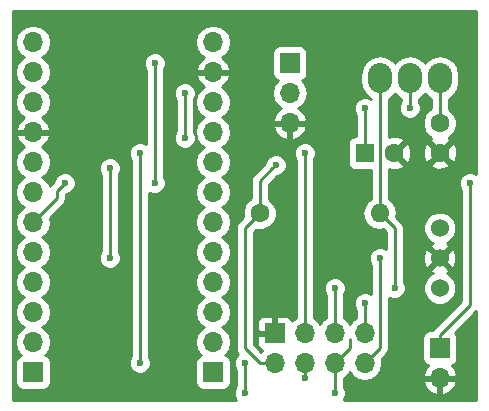
<source format=gtl>
G04 #@! TF.FileFunction,Copper,L1,Top,Signal*
%FSLAX46Y46*%
G04 Gerber Fmt 4.6, Leading zero omitted, Abs format (unit mm)*
G04 Created by KiCad (PCBNEW 4.0.5) date 02/05/17 19:02:15*
%MOMM*%
%LPD*%
G01*
G04 APERTURE LIST*
%ADD10C,0.100000*%
%ADD11C,1.600000*%
%ADD12R,1.600000X1.600000*%
%ADD13R,1.700000X1.700000*%
%ADD14O,1.700000X1.700000*%
%ADD15O,1.600000X1.600000*%
%ADD16C,1.524000*%
%ADD17O,2.032000X2.540000*%
%ADD18C,0.600000*%
%ADD19C,0.250000*%
%ADD20C,0.254000*%
G04 APERTURE END LIST*
D10*
D11*
X222250000Y-130810000D03*
X222250000Y-133310000D03*
D12*
X215900000Y-133350000D03*
D11*
X218400000Y-133350000D03*
D13*
X187813333Y-151895000D03*
D14*
X187813333Y-149355000D03*
X187813333Y-146815000D03*
X187813333Y-144275000D03*
X187813333Y-141735000D03*
X187813333Y-139195000D03*
X187813333Y-136655000D03*
X187813333Y-134115000D03*
X187813333Y-131575000D03*
X187813333Y-129035000D03*
X187813333Y-126495000D03*
X187813333Y-123955000D03*
D13*
X208280000Y-148590000D03*
D14*
X208280000Y-151130000D03*
X210820000Y-148590000D03*
X210820000Y-151130000D03*
X213360000Y-148590000D03*
X213360000Y-151130000D03*
X215900000Y-148590000D03*
X215900000Y-151130000D03*
D13*
X209550000Y-125730000D03*
D14*
X209550000Y-128270000D03*
X209550000Y-130810000D03*
D13*
X203053333Y-151895000D03*
D14*
X203053333Y-149355000D03*
X203053333Y-146815000D03*
X203053333Y-144275000D03*
X203053333Y-141735000D03*
X203053333Y-139195000D03*
X203053333Y-136655000D03*
X203053333Y-134115000D03*
X203053333Y-131575000D03*
X203053333Y-129035000D03*
X203053333Y-126495000D03*
X203053333Y-123955000D03*
D11*
X207010000Y-138430000D03*
D15*
X217170000Y-138430000D03*
D16*
X222250000Y-142240000D03*
X222250000Y-139700000D03*
X222250000Y-144780000D03*
D17*
X219710000Y-127000000D03*
X222250000Y-127000000D03*
X217170000Y-127000000D03*
D13*
X222250000Y-149860000D03*
D14*
X222250000Y-152400000D03*
D18*
X200660000Y-132080000D03*
X200660000Y-128270000D03*
X200660000Y-128270000D03*
X208370210Y-134347636D03*
X219710000Y-129540000D03*
X215900000Y-129540000D03*
X207010000Y-138430000D03*
X196850000Y-133350000D03*
X196850000Y-151130000D03*
X210820000Y-133350000D03*
X187813333Y-139195000D03*
X190500000Y-135890000D03*
X224790000Y-135890000D03*
X198120000Y-125730000D03*
X198120000Y-135890000D03*
X194310000Y-142240000D03*
X194310000Y-134620000D03*
X217170000Y-142240000D03*
X210820000Y-152400000D03*
X213360000Y-144780000D03*
X213360000Y-153670000D03*
X205740000Y-153670000D03*
X205740000Y-151130000D03*
X215900000Y-146050000D03*
X218440000Y-144780000D03*
D19*
X200660000Y-128270000D02*
X200660000Y-132080000D01*
X222250000Y-127000000D02*
X222250000Y-130810000D01*
X208070211Y-134647635D02*
X208370210Y-134347636D01*
X207010000Y-138430000D02*
X207010000Y-135707846D01*
X207010000Y-135707846D02*
X208070211Y-134647635D01*
X219710000Y-129540000D02*
X219710000Y-127000000D01*
X215900000Y-133350000D02*
X215900000Y-129540000D01*
X205740000Y-149860000D02*
X205740000Y-139700000D01*
X205740000Y-139700000D02*
X207010000Y-138430000D01*
X207010000Y-151130000D02*
X205740000Y-149860000D01*
X208280000Y-151130000D02*
X207010000Y-151130000D01*
X196850000Y-151130000D02*
X196850000Y-133350000D01*
X210820000Y-148590000D02*
X210820000Y-133350000D01*
X189828342Y-136561658D02*
X189828342Y-137179991D01*
X189828342Y-137179991D02*
X187813333Y-139195000D01*
X190500000Y-135890000D02*
X189828342Y-136561658D01*
X222250000Y-149860000D02*
X222250000Y-148760000D01*
X222250000Y-148760000D02*
X224790000Y-146220000D01*
X224790000Y-146220000D02*
X224790000Y-135890000D01*
X198120000Y-135890000D02*
X198120000Y-125730000D01*
X194310000Y-134620000D02*
X194310000Y-142240000D01*
X215900000Y-151130000D02*
X217170000Y-149860000D01*
X217170000Y-149860000D02*
X217170000Y-149059002D01*
X217170000Y-149059002D02*
X217170000Y-142240000D01*
X210820000Y-152400000D02*
X210820000Y-151130000D01*
X213360000Y-148590000D02*
X213360000Y-144780000D01*
X213360000Y-153670000D02*
X213360000Y-151130000D01*
X205740000Y-151130000D02*
X205740000Y-153670000D01*
X213360000Y-151130000D02*
X214630000Y-149860000D01*
X214630000Y-149860000D02*
X214630000Y-149059002D01*
X215900000Y-146050000D02*
X215900000Y-148590000D01*
X217170000Y-127000000D02*
X217170000Y-133785002D01*
X217170000Y-133785002D02*
X217170000Y-138430000D01*
X218440000Y-144780000D02*
X218440000Y-139700000D01*
X218440000Y-139700000D02*
X217170000Y-138430000D01*
D20*
G36*
X225350000Y-135127533D02*
X225320327Y-135097808D01*
X224976799Y-134955162D01*
X224604833Y-134954838D01*
X224261057Y-135096883D01*
X223997808Y-135359673D01*
X223855162Y-135703201D01*
X223854838Y-136075167D01*
X223996883Y-136418943D01*
X224030000Y-136452118D01*
X224030000Y-145905198D01*
X221712599Y-148222599D01*
X221619080Y-148362560D01*
X221400000Y-148362560D01*
X221164683Y-148406838D01*
X220948559Y-148545910D01*
X220803569Y-148758110D01*
X220752560Y-149010000D01*
X220752560Y-150710000D01*
X220796838Y-150945317D01*
X220935910Y-151161441D01*
X221148110Y-151306431D01*
X221256107Y-151328301D01*
X220978355Y-151633076D01*
X220808524Y-152043110D01*
X220929845Y-152273000D01*
X222123000Y-152273000D01*
X222123000Y-152253000D01*
X222377000Y-152253000D01*
X222377000Y-152273000D01*
X223570155Y-152273000D01*
X223691476Y-152043110D01*
X223521645Y-151633076D01*
X223245499Y-151330063D01*
X223335317Y-151313162D01*
X223551441Y-151174090D01*
X223696431Y-150961890D01*
X223747440Y-150710000D01*
X223747440Y-149010000D01*
X223703162Y-148774683D01*
X223564090Y-148558559D01*
X223541606Y-148543196D01*
X225327401Y-146757401D01*
X225350000Y-146723579D01*
X225350000Y-154230000D01*
X214122467Y-154230000D01*
X214152192Y-154200327D01*
X214294838Y-153856799D01*
X214295162Y-153484833D01*
X214153117Y-153141057D01*
X214120000Y-153107882D01*
X214120000Y-152756890D01*
X220808524Y-152756890D01*
X220978355Y-153166924D01*
X221368642Y-153595183D01*
X221893108Y-153841486D01*
X222123000Y-153720819D01*
X222123000Y-152527000D01*
X222377000Y-152527000D01*
X222377000Y-153720819D01*
X222606892Y-153841486D01*
X223131358Y-153595183D01*
X223521645Y-153166924D01*
X223691476Y-152756890D01*
X223570155Y-152527000D01*
X222377000Y-152527000D01*
X222123000Y-152527000D01*
X220929845Y-152527000D01*
X220808524Y-152756890D01*
X214120000Y-152756890D01*
X214120000Y-152402954D01*
X214410054Y-152209147D01*
X214630000Y-151879974D01*
X214849946Y-152209147D01*
X215331715Y-152531054D01*
X215900000Y-152644093D01*
X216468285Y-152531054D01*
X216950054Y-152209147D01*
X217271961Y-151727378D01*
X217385000Y-151159093D01*
X217385000Y-151100907D01*
X217321771Y-150783031D01*
X217707401Y-150397401D01*
X217872148Y-150150840D01*
X217930000Y-149860000D01*
X217930000Y-145580633D01*
X218253201Y-145714838D01*
X218625167Y-145715162D01*
X218968943Y-145573117D01*
X219232192Y-145310327D01*
X219337523Y-145056661D01*
X220852758Y-145056661D01*
X221064990Y-145570303D01*
X221457630Y-145963629D01*
X221970900Y-146176757D01*
X222526661Y-146177242D01*
X223040303Y-145965010D01*
X223433629Y-145572370D01*
X223646757Y-145059100D01*
X223647242Y-144503339D01*
X223435010Y-143989697D01*
X223042370Y-143596371D01*
X222850273Y-143516605D01*
X222981143Y-143462397D01*
X223050608Y-143220213D01*
X222250000Y-142419605D01*
X221449392Y-143220213D01*
X221518857Y-143462397D01*
X221659318Y-143512509D01*
X221459697Y-143594990D01*
X221066371Y-143987630D01*
X220853243Y-144500900D01*
X220852758Y-145056661D01*
X219337523Y-145056661D01*
X219374838Y-144966799D01*
X219375162Y-144594833D01*
X219233117Y-144251057D01*
X219200000Y-144217882D01*
X219200000Y-142032302D01*
X220840856Y-142032302D01*
X220868638Y-142587368D01*
X221027603Y-142971143D01*
X221269787Y-143040608D01*
X222070395Y-142240000D01*
X222429605Y-142240000D01*
X223230213Y-143040608D01*
X223472397Y-142971143D01*
X223659144Y-142447698D01*
X223631362Y-141892632D01*
X223472397Y-141508857D01*
X223230213Y-141439392D01*
X222429605Y-142240000D01*
X222070395Y-142240000D01*
X221269787Y-141439392D01*
X221027603Y-141508857D01*
X220840856Y-142032302D01*
X219200000Y-142032302D01*
X219200000Y-139976661D01*
X220852758Y-139976661D01*
X221064990Y-140490303D01*
X221457630Y-140883629D01*
X221649727Y-140963395D01*
X221518857Y-141017603D01*
X221449392Y-141259787D01*
X222250000Y-142060395D01*
X223050608Y-141259787D01*
X222981143Y-141017603D01*
X222840682Y-140967491D01*
X223040303Y-140885010D01*
X223433629Y-140492370D01*
X223646757Y-139979100D01*
X223647242Y-139423339D01*
X223435010Y-138909697D01*
X223042370Y-138516371D01*
X222529100Y-138303243D01*
X221973339Y-138302758D01*
X221459697Y-138514990D01*
X221066371Y-138907630D01*
X220853243Y-139420900D01*
X220852758Y-139976661D01*
X219200000Y-139976661D01*
X219200000Y-139700000D01*
X219142148Y-139409161D01*
X219142148Y-139409160D01*
X218977401Y-139162599D01*
X218568688Y-138753886D01*
X218633113Y-138430000D01*
X218523880Y-137880849D01*
X218212811Y-137415302D01*
X217930000Y-137226333D01*
X217930000Y-134705947D01*
X218183223Y-134796965D01*
X218753454Y-134769778D01*
X219154005Y-134603864D01*
X219228139Y-134357745D01*
X219188140Y-134317745D01*
X221421861Y-134317745D01*
X221495995Y-134563864D01*
X222033223Y-134756965D01*
X222603454Y-134729778D01*
X223004005Y-134563864D01*
X223078139Y-134317745D01*
X222250000Y-133489605D01*
X221421861Y-134317745D01*
X219188140Y-134317745D01*
X218400000Y-133529605D01*
X218385858Y-133543748D01*
X218206253Y-133364143D01*
X218220395Y-133350000D01*
X218579605Y-133350000D01*
X219407745Y-134178139D01*
X219653864Y-134104005D01*
X219846965Y-133566777D01*
X219824388Y-133093223D01*
X220803035Y-133093223D01*
X220830222Y-133663454D01*
X220996136Y-134064005D01*
X221242255Y-134138139D01*
X222070395Y-133310000D01*
X222429605Y-133310000D01*
X223257745Y-134138139D01*
X223503864Y-134064005D01*
X223696965Y-133526777D01*
X223669778Y-132956546D01*
X223503864Y-132555995D01*
X223257745Y-132481861D01*
X222429605Y-133310000D01*
X222070395Y-133310000D01*
X221242255Y-132481861D01*
X220996136Y-132555995D01*
X220803035Y-133093223D01*
X219824388Y-133093223D01*
X219819778Y-132996546D01*
X219653864Y-132595995D01*
X219407745Y-132521861D01*
X218579605Y-133350000D01*
X218220395Y-133350000D01*
X218206253Y-133335858D01*
X218385858Y-133156252D01*
X218400000Y-133170395D01*
X219228139Y-132342255D01*
X219154005Y-132096136D01*
X218616777Y-131903035D01*
X218046546Y-131930222D01*
X217930000Y-131978497D01*
X217930000Y-128730992D01*
X218337433Y-128458754D01*
X218440000Y-128305252D01*
X218542567Y-128458754D01*
X218950000Y-128730992D01*
X218950000Y-128977537D01*
X218917808Y-129009673D01*
X218775162Y-129353201D01*
X218774838Y-129725167D01*
X218916883Y-130068943D01*
X219179673Y-130332192D01*
X219523201Y-130474838D01*
X219895167Y-130475162D01*
X220238943Y-130333117D01*
X220502192Y-130070327D01*
X220644838Y-129726799D01*
X220645162Y-129354833D01*
X220503117Y-129011057D01*
X220470000Y-128977882D01*
X220470000Y-128730992D01*
X220877433Y-128458754D01*
X220980000Y-128305252D01*
X221082567Y-128458754D01*
X221490000Y-128730992D01*
X221490000Y-129571354D01*
X221438200Y-129592757D01*
X221034176Y-129996077D01*
X220815250Y-130523309D01*
X220814752Y-131094187D01*
X221032757Y-131621800D01*
X221436077Y-132025824D01*
X221502544Y-132053423D01*
X221495995Y-132056136D01*
X221421861Y-132302255D01*
X222250000Y-133130395D01*
X223078139Y-132302255D01*
X223004005Y-132056136D01*
X222997517Y-132053804D01*
X223061800Y-132027243D01*
X223465824Y-131623923D01*
X223684750Y-131096691D01*
X223685248Y-130525813D01*
X223467243Y-129998200D01*
X223063923Y-129594176D01*
X223010000Y-129571785D01*
X223010000Y-128730992D01*
X223417433Y-128458754D01*
X223775325Y-127923131D01*
X223901000Y-127291321D01*
X223901000Y-126708679D01*
X223775325Y-126076869D01*
X223417433Y-125541246D01*
X222881810Y-125183354D01*
X222250000Y-125057679D01*
X221618190Y-125183354D01*
X221082567Y-125541246D01*
X220980000Y-125694748D01*
X220877433Y-125541246D01*
X220341810Y-125183354D01*
X219710000Y-125057679D01*
X219078190Y-125183354D01*
X218542567Y-125541246D01*
X218440000Y-125694748D01*
X218337433Y-125541246D01*
X217801810Y-125183354D01*
X217170000Y-125057679D01*
X216538190Y-125183354D01*
X216002567Y-125541246D01*
X215644675Y-126076869D01*
X215519000Y-126708679D01*
X215519000Y-127291321D01*
X215644675Y-127923131D01*
X216002567Y-128458754D01*
X216410000Y-128730992D01*
X216410000Y-128739367D01*
X216086799Y-128605162D01*
X215714833Y-128604838D01*
X215371057Y-128746883D01*
X215107808Y-129009673D01*
X214965162Y-129353201D01*
X214964838Y-129725167D01*
X215106883Y-130068943D01*
X215140000Y-130102118D01*
X215140000Y-131902560D01*
X215100000Y-131902560D01*
X214864683Y-131946838D01*
X214648559Y-132085910D01*
X214503569Y-132298110D01*
X214452560Y-132550000D01*
X214452560Y-134150000D01*
X214496838Y-134385317D01*
X214635910Y-134601441D01*
X214848110Y-134746431D01*
X215100000Y-134797440D01*
X216410000Y-134797440D01*
X216410000Y-137226333D01*
X216127189Y-137415302D01*
X215816120Y-137880849D01*
X215706887Y-138430000D01*
X215816120Y-138979151D01*
X216127189Y-139444698D01*
X216592736Y-139755767D01*
X217141887Y-139865000D01*
X217198113Y-139865000D01*
X217475102Y-139809904D01*
X217680000Y-140014802D01*
X217680000Y-141439367D01*
X217356799Y-141305162D01*
X216984833Y-141304838D01*
X216641057Y-141446883D01*
X216377808Y-141709673D01*
X216235162Y-142053201D01*
X216234838Y-142425167D01*
X216376883Y-142768943D01*
X216410000Y-142802118D01*
X216410000Y-145249367D01*
X216086799Y-145115162D01*
X215714833Y-145114838D01*
X215371057Y-145256883D01*
X215107808Y-145519673D01*
X214965162Y-145863201D01*
X214964838Y-146235167D01*
X215106883Y-146578943D01*
X215140000Y-146612118D01*
X215140000Y-147317046D01*
X214849946Y-147510853D01*
X214630000Y-147840026D01*
X214410054Y-147510853D01*
X214120000Y-147317046D01*
X214120000Y-145342463D01*
X214152192Y-145310327D01*
X214294838Y-144966799D01*
X214295162Y-144594833D01*
X214153117Y-144251057D01*
X213890327Y-143987808D01*
X213546799Y-143845162D01*
X213174833Y-143844838D01*
X212831057Y-143986883D01*
X212567808Y-144249673D01*
X212425162Y-144593201D01*
X212424838Y-144965167D01*
X212566883Y-145308943D01*
X212600000Y-145342118D01*
X212600000Y-147317046D01*
X212309946Y-147510853D01*
X212090000Y-147840026D01*
X211870054Y-147510853D01*
X211580000Y-147317046D01*
X211580000Y-133912463D01*
X211612192Y-133880327D01*
X211754838Y-133536799D01*
X211755162Y-133164833D01*
X211613117Y-132821057D01*
X211350327Y-132557808D01*
X211006799Y-132415162D01*
X210634833Y-132414838D01*
X210291057Y-132556883D01*
X210027808Y-132819673D01*
X209885162Y-133163201D01*
X209884838Y-133535167D01*
X210026883Y-133878943D01*
X210060000Y-133912118D01*
X210060000Y-147317046D01*
X209769946Y-147510853D01*
X209740597Y-147554777D01*
X209668327Y-147380302D01*
X209489699Y-147201673D01*
X209256310Y-147105000D01*
X208565750Y-147105000D01*
X208407000Y-147263750D01*
X208407000Y-148463000D01*
X208427000Y-148463000D01*
X208427000Y-148717000D01*
X208407000Y-148717000D01*
X208407000Y-148737000D01*
X208153000Y-148737000D01*
X208153000Y-148717000D01*
X206953750Y-148717000D01*
X206795000Y-148875750D01*
X206795000Y-149566309D01*
X206891673Y-149799698D01*
X207070301Y-149978327D01*
X207235858Y-150046903D01*
X207229946Y-150050853D01*
X207140108Y-150185306D01*
X206500000Y-149545198D01*
X206500000Y-147613691D01*
X206795000Y-147613691D01*
X206795000Y-148304250D01*
X206953750Y-148463000D01*
X208153000Y-148463000D01*
X208153000Y-147263750D01*
X207994250Y-147105000D01*
X207303690Y-147105000D01*
X207070301Y-147201673D01*
X206891673Y-147380302D01*
X206795000Y-147613691D01*
X206500000Y-147613691D01*
X206500000Y-140014802D01*
X206671546Y-139843256D01*
X206723309Y-139864750D01*
X207294187Y-139865248D01*
X207821800Y-139647243D01*
X208225824Y-139243923D01*
X208444750Y-138716691D01*
X208445248Y-138145813D01*
X208227243Y-137618200D01*
X207823923Y-137214176D01*
X207770000Y-137191785D01*
X207770000Y-136022648D01*
X208509890Y-135282758D01*
X208555377Y-135282798D01*
X208899153Y-135140753D01*
X209162402Y-134877963D01*
X209305048Y-134534435D01*
X209305372Y-134162469D01*
X209163327Y-133818693D01*
X208900537Y-133555444D01*
X208557009Y-133412798D01*
X208185043Y-133412474D01*
X207841267Y-133554519D01*
X207578018Y-133817309D01*
X207435372Y-134160837D01*
X207435331Y-134207713D01*
X206472599Y-135170445D01*
X206307852Y-135417007D01*
X206250000Y-135707846D01*
X206250000Y-137191354D01*
X206198200Y-137212757D01*
X205794176Y-137616077D01*
X205575250Y-138143309D01*
X205574752Y-138714187D01*
X205597049Y-138768149D01*
X205202599Y-139162599D01*
X205037852Y-139409161D01*
X204980000Y-139700000D01*
X204980000Y-149860000D01*
X205037852Y-150150839D01*
X205181726Y-150366163D01*
X204947808Y-150599673D01*
X204805162Y-150943201D01*
X204804838Y-151315167D01*
X204946883Y-151658943D01*
X204980000Y-151692118D01*
X204980000Y-153107537D01*
X204947808Y-153139673D01*
X204805162Y-153483201D01*
X204804838Y-153855167D01*
X204946883Y-154198943D01*
X204977886Y-154230000D01*
X186130000Y-154230000D01*
X186130000Y-134115000D01*
X186299240Y-134115000D01*
X186412279Y-134683285D01*
X186734186Y-135165054D01*
X187063359Y-135385000D01*
X186734186Y-135604946D01*
X186412279Y-136086715D01*
X186299240Y-136655000D01*
X186412279Y-137223285D01*
X186734186Y-137705054D01*
X187063359Y-137925000D01*
X186734186Y-138144946D01*
X186412279Y-138626715D01*
X186299240Y-139195000D01*
X186412279Y-139763285D01*
X186734186Y-140245054D01*
X187063359Y-140465000D01*
X186734186Y-140684946D01*
X186412279Y-141166715D01*
X186299240Y-141735000D01*
X186412279Y-142303285D01*
X186734186Y-142785054D01*
X187063359Y-143005000D01*
X186734186Y-143224946D01*
X186412279Y-143706715D01*
X186299240Y-144275000D01*
X186412279Y-144843285D01*
X186734186Y-145325054D01*
X187063359Y-145545000D01*
X186734186Y-145764946D01*
X186412279Y-146246715D01*
X186299240Y-146815000D01*
X186412279Y-147383285D01*
X186734186Y-147865054D01*
X187063359Y-148085000D01*
X186734186Y-148304946D01*
X186412279Y-148786715D01*
X186299240Y-149355000D01*
X186412279Y-149923285D01*
X186734186Y-150405054D01*
X186775785Y-150432850D01*
X186728016Y-150441838D01*
X186511892Y-150580910D01*
X186366902Y-150793110D01*
X186315893Y-151045000D01*
X186315893Y-152745000D01*
X186360171Y-152980317D01*
X186499243Y-153196441D01*
X186711443Y-153341431D01*
X186963333Y-153392440D01*
X188663333Y-153392440D01*
X188898650Y-153348162D01*
X189114774Y-153209090D01*
X189259764Y-152996890D01*
X189310773Y-152745000D01*
X189310773Y-151045000D01*
X189266495Y-150809683D01*
X189127423Y-150593559D01*
X188915223Y-150448569D01*
X188847792Y-150434914D01*
X188892480Y-150405054D01*
X189214387Y-149923285D01*
X189327426Y-149355000D01*
X189214387Y-148786715D01*
X188892480Y-148304946D01*
X188563307Y-148085000D01*
X188892480Y-147865054D01*
X189214387Y-147383285D01*
X189327426Y-146815000D01*
X189214387Y-146246715D01*
X188892480Y-145764946D01*
X188563307Y-145545000D01*
X188892480Y-145325054D01*
X189214387Y-144843285D01*
X189327426Y-144275000D01*
X189214387Y-143706715D01*
X188892480Y-143224946D01*
X188563307Y-143005000D01*
X188892480Y-142785054D01*
X189214387Y-142303285D01*
X189327426Y-141735000D01*
X189214387Y-141166715D01*
X188892480Y-140684946D01*
X188563307Y-140465000D01*
X188892480Y-140245054D01*
X189214387Y-139763285D01*
X189327426Y-139195000D01*
X189254543Y-138828592D01*
X190365743Y-137717392D01*
X190530490Y-137470830D01*
X190588342Y-137179991D01*
X190588342Y-136876460D01*
X190639680Y-136825122D01*
X190685167Y-136825162D01*
X191028943Y-136683117D01*
X191292192Y-136420327D01*
X191434838Y-136076799D01*
X191435162Y-135704833D01*
X191293117Y-135361057D01*
X191030327Y-135097808D01*
X190686799Y-134955162D01*
X190314833Y-134954838D01*
X189971057Y-135096883D01*
X189707808Y-135359673D01*
X189565162Y-135703201D01*
X189565121Y-135750077D01*
X189290941Y-136024257D01*
X189222375Y-136126874D01*
X189214387Y-136086715D01*
X188892480Y-135604946D01*
X188563307Y-135385000D01*
X188892480Y-135165054D01*
X189132948Y-134805167D01*
X193374838Y-134805167D01*
X193516883Y-135148943D01*
X193550000Y-135182118D01*
X193550000Y-141677537D01*
X193517808Y-141709673D01*
X193375162Y-142053201D01*
X193374838Y-142425167D01*
X193516883Y-142768943D01*
X193779673Y-143032192D01*
X194123201Y-143174838D01*
X194495167Y-143175162D01*
X194838943Y-143033117D01*
X195102192Y-142770327D01*
X195244838Y-142426799D01*
X195245162Y-142054833D01*
X195103117Y-141711057D01*
X195070000Y-141677882D01*
X195070000Y-135182463D01*
X195102192Y-135150327D01*
X195244838Y-134806799D01*
X195245162Y-134434833D01*
X195103117Y-134091057D01*
X194840327Y-133827808D01*
X194496799Y-133685162D01*
X194124833Y-133684838D01*
X193781057Y-133826883D01*
X193517808Y-134089673D01*
X193375162Y-134433201D01*
X193374838Y-134805167D01*
X189132948Y-134805167D01*
X189214387Y-134683285D01*
X189327426Y-134115000D01*
X189214387Y-133546715D01*
X189206671Y-133535167D01*
X195914838Y-133535167D01*
X196056883Y-133878943D01*
X196090000Y-133912118D01*
X196090000Y-150567537D01*
X196057808Y-150599673D01*
X195915162Y-150943201D01*
X195914838Y-151315167D01*
X196056883Y-151658943D01*
X196319673Y-151922192D01*
X196663201Y-152064838D01*
X197035167Y-152065162D01*
X197378943Y-151923117D01*
X197642192Y-151660327D01*
X197784838Y-151316799D01*
X197785162Y-150944833D01*
X197643117Y-150601057D01*
X197610000Y-150567882D01*
X197610000Y-136690633D01*
X197933201Y-136824838D01*
X198305167Y-136825162D01*
X198648943Y-136683117D01*
X198912192Y-136420327D01*
X199054838Y-136076799D01*
X199055162Y-135704833D01*
X198913117Y-135361057D01*
X198880000Y-135327882D01*
X198880000Y-128455167D01*
X199724838Y-128455167D01*
X199866883Y-128798943D01*
X199900000Y-128832118D01*
X199900000Y-131517537D01*
X199867808Y-131549673D01*
X199725162Y-131893201D01*
X199724838Y-132265167D01*
X199866883Y-132608943D01*
X200129673Y-132872192D01*
X200473201Y-133014838D01*
X200845167Y-133015162D01*
X201188943Y-132873117D01*
X201452192Y-132610327D01*
X201594838Y-132266799D01*
X201595162Y-131894833D01*
X201453117Y-131551057D01*
X201420000Y-131517882D01*
X201420000Y-129035000D01*
X201539240Y-129035000D01*
X201652279Y-129603285D01*
X201974186Y-130085054D01*
X202303359Y-130305000D01*
X201974186Y-130524946D01*
X201652279Y-131006715D01*
X201539240Y-131575000D01*
X201652279Y-132143285D01*
X201974186Y-132625054D01*
X202303359Y-132845000D01*
X201974186Y-133064946D01*
X201652279Y-133546715D01*
X201539240Y-134115000D01*
X201652279Y-134683285D01*
X201974186Y-135165054D01*
X202303359Y-135385000D01*
X201974186Y-135604946D01*
X201652279Y-136086715D01*
X201539240Y-136655000D01*
X201652279Y-137223285D01*
X201974186Y-137705054D01*
X202303359Y-137925000D01*
X201974186Y-138144946D01*
X201652279Y-138626715D01*
X201539240Y-139195000D01*
X201652279Y-139763285D01*
X201974186Y-140245054D01*
X202303359Y-140465000D01*
X201974186Y-140684946D01*
X201652279Y-141166715D01*
X201539240Y-141735000D01*
X201652279Y-142303285D01*
X201974186Y-142785054D01*
X202303359Y-143005000D01*
X201974186Y-143224946D01*
X201652279Y-143706715D01*
X201539240Y-144275000D01*
X201652279Y-144843285D01*
X201974186Y-145325054D01*
X202303359Y-145545000D01*
X201974186Y-145764946D01*
X201652279Y-146246715D01*
X201539240Y-146815000D01*
X201652279Y-147383285D01*
X201974186Y-147865054D01*
X202303359Y-148085000D01*
X201974186Y-148304946D01*
X201652279Y-148786715D01*
X201539240Y-149355000D01*
X201652279Y-149923285D01*
X201974186Y-150405054D01*
X202015785Y-150432850D01*
X201968016Y-150441838D01*
X201751892Y-150580910D01*
X201606902Y-150793110D01*
X201555893Y-151045000D01*
X201555893Y-152745000D01*
X201600171Y-152980317D01*
X201739243Y-153196441D01*
X201951443Y-153341431D01*
X202203333Y-153392440D01*
X203903333Y-153392440D01*
X204138650Y-153348162D01*
X204354774Y-153209090D01*
X204499764Y-152996890D01*
X204550773Y-152745000D01*
X204550773Y-151045000D01*
X204506495Y-150809683D01*
X204367423Y-150593559D01*
X204155223Y-150448569D01*
X204087792Y-150434914D01*
X204132480Y-150405054D01*
X204454387Y-149923285D01*
X204567426Y-149355000D01*
X204454387Y-148786715D01*
X204132480Y-148304946D01*
X203803307Y-148085000D01*
X204132480Y-147865054D01*
X204454387Y-147383285D01*
X204567426Y-146815000D01*
X204454387Y-146246715D01*
X204132480Y-145764946D01*
X203803307Y-145545000D01*
X204132480Y-145325054D01*
X204454387Y-144843285D01*
X204567426Y-144275000D01*
X204454387Y-143706715D01*
X204132480Y-143224946D01*
X203803307Y-143005000D01*
X204132480Y-142785054D01*
X204454387Y-142303285D01*
X204567426Y-141735000D01*
X204454387Y-141166715D01*
X204132480Y-140684946D01*
X203803307Y-140465000D01*
X204132480Y-140245054D01*
X204454387Y-139763285D01*
X204567426Y-139195000D01*
X204454387Y-138626715D01*
X204132480Y-138144946D01*
X203803307Y-137925000D01*
X204132480Y-137705054D01*
X204454387Y-137223285D01*
X204567426Y-136655000D01*
X204454387Y-136086715D01*
X204132480Y-135604946D01*
X203803307Y-135385000D01*
X204132480Y-135165054D01*
X204454387Y-134683285D01*
X204567426Y-134115000D01*
X204454387Y-133546715D01*
X204132480Y-133064946D01*
X203803307Y-132845000D01*
X204132480Y-132625054D01*
X204454387Y-132143285D01*
X204567426Y-131575000D01*
X204486248Y-131166890D01*
X208108524Y-131166890D01*
X208278355Y-131576924D01*
X208668642Y-132005183D01*
X209193108Y-132251486D01*
X209423000Y-132130819D01*
X209423000Y-130937000D01*
X209677000Y-130937000D01*
X209677000Y-132130819D01*
X209906892Y-132251486D01*
X210431358Y-132005183D01*
X210821645Y-131576924D01*
X210991476Y-131166890D01*
X210870155Y-130937000D01*
X209677000Y-130937000D01*
X209423000Y-130937000D01*
X208229845Y-130937000D01*
X208108524Y-131166890D01*
X204486248Y-131166890D01*
X204454387Y-131006715D01*
X204132480Y-130524946D01*
X203803307Y-130305000D01*
X204132480Y-130085054D01*
X204454387Y-129603285D01*
X204567426Y-129035000D01*
X204454387Y-128466715D01*
X204322947Y-128270000D01*
X208035907Y-128270000D01*
X208148946Y-128838285D01*
X208470853Y-129320054D01*
X208811553Y-129547702D01*
X208668642Y-129614817D01*
X208278355Y-130043076D01*
X208108524Y-130453110D01*
X208229845Y-130683000D01*
X209423000Y-130683000D01*
X209423000Y-130663000D01*
X209677000Y-130663000D01*
X209677000Y-130683000D01*
X210870155Y-130683000D01*
X210991476Y-130453110D01*
X210821645Y-130043076D01*
X210431358Y-129614817D01*
X210288447Y-129547702D01*
X210629147Y-129320054D01*
X210951054Y-128838285D01*
X211064093Y-128270000D01*
X210951054Y-127701715D01*
X210629147Y-127219946D01*
X210587548Y-127192150D01*
X210635317Y-127183162D01*
X210851441Y-127044090D01*
X210996431Y-126831890D01*
X211047440Y-126580000D01*
X211047440Y-124880000D01*
X211003162Y-124644683D01*
X210864090Y-124428559D01*
X210651890Y-124283569D01*
X210400000Y-124232560D01*
X208700000Y-124232560D01*
X208464683Y-124276838D01*
X208248559Y-124415910D01*
X208103569Y-124628110D01*
X208052560Y-124880000D01*
X208052560Y-126580000D01*
X208096838Y-126815317D01*
X208235910Y-127031441D01*
X208448110Y-127176431D01*
X208515541Y-127190086D01*
X208470853Y-127219946D01*
X208148946Y-127701715D01*
X208035907Y-128270000D01*
X204322947Y-128270000D01*
X204132480Y-127984946D01*
X203791780Y-127757298D01*
X203934691Y-127690183D01*
X204324978Y-127261924D01*
X204494809Y-126851890D01*
X204373488Y-126622000D01*
X203180333Y-126622000D01*
X203180333Y-126642000D01*
X202926333Y-126642000D01*
X202926333Y-126622000D01*
X201733178Y-126622000D01*
X201611857Y-126851890D01*
X201781688Y-127261924D01*
X202171975Y-127690183D01*
X202314886Y-127757298D01*
X201974186Y-127984946D01*
X201652279Y-128466715D01*
X201539240Y-129035000D01*
X201420000Y-129035000D01*
X201420000Y-128832463D01*
X201452192Y-128800327D01*
X201594838Y-128456799D01*
X201595162Y-128084833D01*
X201453117Y-127741057D01*
X201190327Y-127477808D01*
X200846799Y-127335162D01*
X200474833Y-127334838D01*
X200131057Y-127476883D01*
X199867808Y-127739673D01*
X199725162Y-128083201D01*
X199724838Y-128455167D01*
X198880000Y-128455167D01*
X198880000Y-126292463D01*
X198912192Y-126260327D01*
X199054838Y-125916799D01*
X199055162Y-125544833D01*
X198913117Y-125201057D01*
X198650327Y-124937808D01*
X198306799Y-124795162D01*
X197934833Y-124794838D01*
X197591057Y-124936883D01*
X197327808Y-125199673D01*
X197185162Y-125543201D01*
X197184838Y-125915167D01*
X197326883Y-126258943D01*
X197360000Y-126292118D01*
X197360000Y-132549367D01*
X197036799Y-132415162D01*
X196664833Y-132414838D01*
X196321057Y-132556883D01*
X196057808Y-132819673D01*
X195915162Y-133163201D01*
X195914838Y-133535167D01*
X189206671Y-133535167D01*
X188892480Y-133064946D01*
X188551780Y-132837298D01*
X188694691Y-132770183D01*
X189084978Y-132341924D01*
X189254809Y-131931890D01*
X189133488Y-131702000D01*
X187940333Y-131702000D01*
X187940333Y-131722000D01*
X187686333Y-131722000D01*
X187686333Y-131702000D01*
X186493178Y-131702000D01*
X186371857Y-131931890D01*
X186541688Y-132341924D01*
X186931975Y-132770183D01*
X187074886Y-132837298D01*
X186734186Y-133064946D01*
X186412279Y-133546715D01*
X186299240Y-134115000D01*
X186130000Y-134115000D01*
X186130000Y-123955000D01*
X186299240Y-123955000D01*
X186412279Y-124523285D01*
X186734186Y-125005054D01*
X187063359Y-125225000D01*
X186734186Y-125444946D01*
X186412279Y-125926715D01*
X186299240Y-126495000D01*
X186412279Y-127063285D01*
X186734186Y-127545054D01*
X187063359Y-127765000D01*
X186734186Y-127984946D01*
X186412279Y-128466715D01*
X186299240Y-129035000D01*
X186412279Y-129603285D01*
X186734186Y-130085054D01*
X187074886Y-130312702D01*
X186931975Y-130379817D01*
X186541688Y-130808076D01*
X186371857Y-131218110D01*
X186493178Y-131448000D01*
X187686333Y-131448000D01*
X187686333Y-131428000D01*
X187940333Y-131428000D01*
X187940333Y-131448000D01*
X189133488Y-131448000D01*
X189254809Y-131218110D01*
X189084978Y-130808076D01*
X188694691Y-130379817D01*
X188551780Y-130312702D01*
X188892480Y-130085054D01*
X189214387Y-129603285D01*
X189327426Y-129035000D01*
X189214387Y-128466715D01*
X188892480Y-127984946D01*
X188563307Y-127765000D01*
X188892480Y-127545054D01*
X189214387Y-127063285D01*
X189327426Y-126495000D01*
X189214387Y-125926715D01*
X188892480Y-125444946D01*
X188563307Y-125225000D01*
X188892480Y-125005054D01*
X189214387Y-124523285D01*
X189327426Y-123955000D01*
X201539240Y-123955000D01*
X201652279Y-124523285D01*
X201974186Y-125005054D01*
X202314886Y-125232702D01*
X202171975Y-125299817D01*
X201781688Y-125728076D01*
X201611857Y-126138110D01*
X201733178Y-126368000D01*
X202926333Y-126368000D01*
X202926333Y-126348000D01*
X203180333Y-126348000D01*
X203180333Y-126368000D01*
X204373488Y-126368000D01*
X204494809Y-126138110D01*
X204324978Y-125728076D01*
X203934691Y-125299817D01*
X203791780Y-125232702D01*
X204132480Y-125005054D01*
X204454387Y-124523285D01*
X204567426Y-123955000D01*
X204454387Y-123386715D01*
X204132480Y-122904946D01*
X203650711Y-122583039D01*
X203082426Y-122470000D01*
X203024240Y-122470000D01*
X202455955Y-122583039D01*
X201974186Y-122904946D01*
X201652279Y-123386715D01*
X201539240Y-123955000D01*
X189327426Y-123955000D01*
X189214387Y-123386715D01*
X188892480Y-122904946D01*
X188410711Y-122583039D01*
X187842426Y-122470000D01*
X187784240Y-122470000D01*
X187215955Y-122583039D01*
X186734186Y-122904946D01*
X186412279Y-123386715D01*
X186299240Y-123955000D01*
X186130000Y-123955000D01*
X186130000Y-121360000D01*
X225350000Y-121360000D01*
X225350000Y-135127533D01*
X225350000Y-135127533D01*
G37*
X225350000Y-135127533D02*
X225320327Y-135097808D01*
X224976799Y-134955162D01*
X224604833Y-134954838D01*
X224261057Y-135096883D01*
X223997808Y-135359673D01*
X223855162Y-135703201D01*
X223854838Y-136075167D01*
X223996883Y-136418943D01*
X224030000Y-136452118D01*
X224030000Y-145905198D01*
X221712599Y-148222599D01*
X221619080Y-148362560D01*
X221400000Y-148362560D01*
X221164683Y-148406838D01*
X220948559Y-148545910D01*
X220803569Y-148758110D01*
X220752560Y-149010000D01*
X220752560Y-150710000D01*
X220796838Y-150945317D01*
X220935910Y-151161441D01*
X221148110Y-151306431D01*
X221256107Y-151328301D01*
X220978355Y-151633076D01*
X220808524Y-152043110D01*
X220929845Y-152273000D01*
X222123000Y-152273000D01*
X222123000Y-152253000D01*
X222377000Y-152253000D01*
X222377000Y-152273000D01*
X223570155Y-152273000D01*
X223691476Y-152043110D01*
X223521645Y-151633076D01*
X223245499Y-151330063D01*
X223335317Y-151313162D01*
X223551441Y-151174090D01*
X223696431Y-150961890D01*
X223747440Y-150710000D01*
X223747440Y-149010000D01*
X223703162Y-148774683D01*
X223564090Y-148558559D01*
X223541606Y-148543196D01*
X225327401Y-146757401D01*
X225350000Y-146723579D01*
X225350000Y-154230000D01*
X214122467Y-154230000D01*
X214152192Y-154200327D01*
X214294838Y-153856799D01*
X214295162Y-153484833D01*
X214153117Y-153141057D01*
X214120000Y-153107882D01*
X214120000Y-152756890D01*
X220808524Y-152756890D01*
X220978355Y-153166924D01*
X221368642Y-153595183D01*
X221893108Y-153841486D01*
X222123000Y-153720819D01*
X222123000Y-152527000D01*
X222377000Y-152527000D01*
X222377000Y-153720819D01*
X222606892Y-153841486D01*
X223131358Y-153595183D01*
X223521645Y-153166924D01*
X223691476Y-152756890D01*
X223570155Y-152527000D01*
X222377000Y-152527000D01*
X222123000Y-152527000D01*
X220929845Y-152527000D01*
X220808524Y-152756890D01*
X214120000Y-152756890D01*
X214120000Y-152402954D01*
X214410054Y-152209147D01*
X214630000Y-151879974D01*
X214849946Y-152209147D01*
X215331715Y-152531054D01*
X215900000Y-152644093D01*
X216468285Y-152531054D01*
X216950054Y-152209147D01*
X217271961Y-151727378D01*
X217385000Y-151159093D01*
X217385000Y-151100907D01*
X217321771Y-150783031D01*
X217707401Y-150397401D01*
X217872148Y-150150840D01*
X217930000Y-149860000D01*
X217930000Y-145580633D01*
X218253201Y-145714838D01*
X218625167Y-145715162D01*
X218968943Y-145573117D01*
X219232192Y-145310327D01*
X219337523Y-145056661D01*
X220852758Y-145056661D01*
X221064990Y-145570303D01*
X221457630Y-145963629D01*
X221970900Y-146176757D01*
X222526661Y-146177242D01*
X223040303Y-145965010D01*
X223433629Y-145572370D01*
X223646757Y-145059100D01*
X223647242Y-144503339D01*
X223435010Y-143989697D01*
X223042370Y-143596371D01*
X222850273Y-143516605D01*
X222981143Y-143462397D01*
X223050608Y-143220213D01*
X222250000Y-142419605D01*
X221449392Y-143220213D01*
X221518857Y-143462397D01*
X221659318Y-143512509D01*
X221459697Y-143594990D01*
X221066371Y-143987630D01*
X220853243Y-144500900D01*
X220852758Y-145056661D01*
X219337523Y-145056661D01*
X219374838Y-144966799D01*
X219375162Y-144594833D01*
X219233117Y-144251057D01*
X219200000Y-144217882D01*
X219200000Y-142032302D01*
X220840856Y-142032302D01*
X220868638Y-142587368D01*
X221027603Y-142971143D01*
X221269787Y-143040608D01*
X222070395Y-142240000D01*
X222429605Y-142240000D01*
X223230213Y-143040608D01*
X223472397Y-142971143D01*
X223659144Y-142447698D01*
X223631362Y-141892632D01*
X223472397Y-141508857D01*
X223230213Y-141439392D01*
X222429605Y-142240000D01*
X222070395Y-142240000D01*
X221269787Y-141439392D01*
X221027603Y-141508857D01*
X220840856Y-142032302D01*
X219200000Y-142032302D01*
X219200000Y-139976661D01*
X220852758Y-139976661D01*
X221064990Y-140490303D01*
X221457630Y-140883629D01*
X221649727Y-140963395D01*
X221518857Y-141017603D01*
X221449392Y-141259787D01*
X222250000Y-142060395D01*
X223050608Y-141259787D01*
X222981143Y-141017603D01*
X222840682Y-140967491D01*
X223040303Y-140885010D01*
X223433629Y-140492370D01*
X223646757Y-139979100D01*
X223647242Y-139423339D01*
X223435010Y-138909697D01*
X223042370Y-138516371D01*
X222529100Y-138303243D01*
X221973339Y-138302758D01*
X221459697Y-138514990D01*
X221066371Y-138907630D01*
X220853243Y-139420900D01*
X220852758Y-139976661D01*
X219200000Y-139976661D01*
X219200000Y-139700000D01*
X219142148Y-139409161D01*
X219142148Y-139409160D01*
X218977401Y-139162599D01*
X218568688Y-138753886D01*
X218633113Y-138430000D01*
X218523880Y-137880849D01*
X218212811Y-137415302D01*
X217930000Y-137226333D01*
X217930000Y-134705947D01*
X218183223Y-134796965D01*
X218753454Y-134769778D01*
X219154005Y-134603864D01*
X219228139Y-134357745D01*
X219188140Y-134317745D01*
X221421861Y-134317745D01*
X221495995Y-134563864D01*
X222033223Y-134756965D01*
X222603454Y-134729778D01*
X223004005Y-134563864D01*
X223078139Y-134317745D01*
X222250000Y-133489605D01*
X221421861Y-134317745D01*
X219188140Y-134317745D01*
X218400000Y-133529605D01*
X218385858Y-133543748D01*
X218206253Y-133364143D01*
X218220395Y-133350000D01*
X218579605Y-133350000D01*
X219407745Y-134178139D01*
X219653864Y-134104005D01*
X219846965Y-133566777D01*
X219824388Y-133093223D01*
X220803035Y-133093223D01*
X220830222Y-133663454D01*
X220996136Y-134064005D01*
X221242255Y-134138139D01*
X222070395Y-133310000D01*
X222429605Y-133310000D01*
X223257745Y-134138139D01*
X223503864Y-134064005D01*
X223696965Y-133526777D01*
X223669778Y-132956546D01*
X223503864Y-132555995D01*
X223257745Y-132481861D01*
X222429605Y-133310000D01*
X222070395Y-133310000D01*
X221242255Y-132481861D01*
X220996136Y-132555995D01*
X220803035Y-133093223D01*
X219824388Y-133093223D01*
X219819778Y-132996546D01*
X219653864Y-132595995D01*
X219407745Y-132521861D01*
X218579605Y-133350000D01*
X218220395Y-133350000D01*
X218206253Y-133335858D01*
X218385858Y-133156252D01*
X218400000Y-133170395D01*
X219228139Y-132342255D01*
X219154005Y-132096136D01*
X218616777Y-131903035D01*
X218046546Y-131930222D01*
X217930000Y-131978497D01*
X217930000Y-128730992D01*
X218337433Y-128458754D01*
X218440000Y-128305252D01*
X218542567Y-128458754D01*
X218950000Y-128730992D01*
X218950000Y-128977537D01*
X218917808Y-129009673D01*
X218775162Y-129353201D01*
X218774838Y-129725167D01*
X218916883Y-130068943D01*
X219179673Y-130332192D01*
X219523201Y-130474838D01*
X219895167Y-130475162D01*
X220238943Y-130333117D01*
X220502192Y-130070327D01*
X220644838Y-129726799D01*
X220645162Y-129354833D01*
X220503117Y-129011057D01*
X220470000Y-128977882D01*
X220470000Y-128730992D01*
X220877433Y-128458754D01*
X220980000Y-128305252D01*
X221082567Y-128458754D01*
X221490000Y-128730992D01*
X221490000Y-129571354D01*
X221438200Y-129592757D01*
X221034176Y-129996077D01*
X220815250Y-130523309D01*
X220814752Y-131094187D01*
X221032757Y-131621800D01*
X221436077Y-132025824D01*
X221502544Y-132053423D01*
X221495995Y-132056136D01*
X221421861Y-132302255D01*
X222250000Y-133130395D01*
X223078139Y-132302255D01*
X223004005Y-132056136D01*
X222997517Y-132053804D01*
X223061800Y-132027243D01*
X223465824Y-131623923D01*
X223684750Y-131096691D01*
X223685248Y-130525813D01*
X223467243Y-129998200D01*
X223063923Y-129594176D01*
X223010000Y-129571785D01*
X223010000Y-128730992D01*
X223417433Y-128458754D01*
X223775325Y-127923131D01*
X223901000Y-127291321D01*
X223901000Y-126708679D01*
X223775325Y-126076869D01*
X223417433Y-125541246D01*
X222881810Y-125183354D01*
X222250000Y-125057679D01*
X221618190Y-125183354D01*
X221082567Y-125541246D01*
X220980000Y-125694748D01*
X220877433Y-125541246D01*
X220341810Y-125183354D01*
X219710000Y-125057679D01*
X219078190Y-125183354D01*
X218542567Y-125541246D01*
X218440000Y-125694748D01*
X218337433Y-125541246D01*
X217801810Y-125183354D01*
X217170000Y-125057679D01*
X216538190Y-125183354D01*
X216002567Y-125541246D01*
X215644675Y-126076869D01*
X215519000Y-126708679D01*
X215519000Y-127291321D01*
X215644675Y-127923131D01*
X216002567Y-128458754D01*
X216410000Y-128730992D01*
X216410000Y-128739367D01*
X216086799Y-128605162D01*
X215714833Y-128604838D01*
X215371057Y-128746883D01*
X215107808Y-129009673D01*
X214965162Y-129353201D01*
X214964838Y-129725167D01*
X215106883Y-130068943D01*
X215140000Y-130102118D01*
X215140000Y-131902560D01*
X215100000Y-131902560D01*
X214864683Y-131946838D01*
X214648559Y-132085910D01*
X214503569Y-132298110D01*
X214452560Y-132550000D01*
X214452560Y-134150000D01*
X214496838Y-134385317D01*
X214635910Y-134601441D01*
X214848110Y-134746431D01*
X215100000Y-134797440D01*
X216410000Y-134797440D01*
X216410000Y-137226333D01*
X216127189Y-137415302D01*
X215816120Y-137880849D01*
X215706887Y-138430000D01*
X215816120Y-138979151D01*
X216127189Y-139444698D01*
X216592736Y-139755767D01*
X217141887Y-139865000D01*
X217198113Y-139865000D01*
X217475102Y-139809904D01*
X217680000Y-140014802D01*
X217680000Y-141439367D01*
X217356799Y-141305162D01*
X216984833Y-141304838D01*
X216641057Y-141446883D01*
X216377808Y-141709673D01*
X216235162Y-142053201D01*
X216234838Y-142425167D01*
X216376883Y-142768943D01*
X216410000Y-142802118D01*
X216410000Y-145249367D01*
X216086799Y-145115162D01*
X215714833Y-145114838D01*
X215371057Y-145256883D01*
X215107808Y-145519673D01*
X214965162Y-145863201D01*
X214964838Y-146235167D01*
X215106883Y-146578943D01*
X215140000Y-146612118D01*
X215140000Y-147317046D01*
X214849946Y-147510853D01*
X214630000Y-147840026D01*
X214410054Y-147510853D01*
X214120000Y-147317046D01*
X214120000Y-145342463D01*
X214152192Y-145310327D01*
X214294838Y-144966799D01*
X214295162Y-144594833D01*
X214153117Y-144251057D01*
X213890327Y-143987808D01*
X213546799Y-143845162D01*
X213174833Y-143844838D01*
X212831057Y-143986883D01*
X212567808Y-144249673D01*
X212425162Y-144593201D01*
X212424838Y-144965167D01*
X212566883Y-145308943D01*
X212600000Y-145342118D01*
X212600000Y-147317046D01*
X212309946Y-147510853D01*
X212090000Y-147840026D01*
X211870054Y-147510853D01*
X211580000Y-147317046D01*
X211580000Y-133912463D01*
X211612192Y-133880327D01*
X211754838Y-133536799D01*
X211755162Y-133164833D01*
X211613117Y-132821057D01*
X211350327Y-132557808D01*
X211006799Y-132415162D01*
X210634833Y-132414838D01*
X210291057Y-132556883D01*
X210027808Y-132819673D01*
X209885162Y-133163201D01*
X209884838Y-133535167D01*
X210026883Y-133878943D01*
X210060000Y-133912118D01*
X210060000Y-147317046D01*
X209769946Y-147510853D01*
X209740597Y-147554777D01*
X209668327Y-147380302D01*
X209489699Y-147201673D01*
X209256310Y-147105000D01*
X208565750Y-147105000D01*
X208407000Y-147263750D01*
X208407000Y-148463000D01*
X208427000Y-148463000D01*
X208427000Y-148717000D01*
X208407000Y-148717000D01*
X208407000Y-148737000D01*
X208153000Y-148737000D01*
X208153000Y-148717000D01*
X206953750Y-148717000D01*
X206795000Y-148875750D01*
X206795000Y-149566309D01*
X206891673Y-149799698D01*
X207070301Y-149978327D01*
X207235858Y-150046903D01*
X207229946Y-150050853D01*
X207140108Y-150185306D01*
X206500000Y-149545198D01*
X206500000Y-147613691D01*
X206795000Y-147613691D01*
X206795000Y-148304250D01*
X206953750Y-148463000D01*
X208153000Y-148463000D01*
X208153000Y-147263750D01*
X207994250Y-147105000D01*
X207303690Y-147105000D01*
X207070301Y-147201673D01*
X206891673Y-147380302D01*
X206795000Y-147613691D01*
X206500000Y-147613691D01*
X206500000Y-140014802D01*
X206671546Y-139843256D01*
X206723309Y-139864750D01*
X207294187Y-139865248D01*
X207821800Y-139647243D01*
X208225824Y-139243923D01*
X208444750Y-138716691D01*
X208445248Y-138145813D01*
X208227243Y-137618200D01*
X207823923Y-137214176D01*
X207770000Y-137191785D01*
X207770000Y-136022648D01*
X208509890Y-135282758D01*
X208555377Y-135282798D01*
X208899153Y-135140753D01*
X209162402Y-134877963D01*
X209305048Y-134534435D01*
X209305372Y-134162469D01*
X209163327Y-133818693D01*
X208900537Y-133555444D01*
X208557009Y-133412798D01*
X208185043Y-133412474D01*
X207841267Y-133554519D01*
X207578018Y-133817309D01*
X207435372Y-134160837D01*
X207435331Y-134207713D01*
X206472599Y-135170445D01*
X206307852Y-135417007D01*
X206250000Y-135707846D01*
X206250000Y-137191354D01*
X206198200Y-137212757D01*
X205794176Y-137616077D01*
X205575250Y-138143309D01*
X205574752Y-138714187D01*
X205597049Y-138768149D01*
X205202599Y-139162599D01*
X205037852Y-139409161D01*
X204980000Y-139700000D01*
X204980000Y-149860000D01*
X205037852Y-150150839D01*
X205181726Y-150366163D01*
X204947808Y-150599673D01*
X204805162Y-150943201D01*
X204804838Y-151315167D01*
X204946883Y-151658943D01*
X204980000Y-151692118D01*
X204980000Y-153107537D01*
X204947808Y-153139673D01*
X204805162Y-153483201D01*
X204804838Y-153855167D01*
X204946883Y-154198943D01*
X204977886Y-154230000D01*
X186130000Y-154230000D01*
X186130000Y-134115000D01*
X186299240Y-134115000D01*
X186412279Y-134683285D01*
X186734186Y-135165054D01*
X187063359Y-135385000D01*
X186734186Y-135604946D01*
X186412279Y-136086715D01*
X186299240Y-136655000D01*
X186412279Y-137223285D01*
X186734186Y-137705054D01*
X187063359Y-137925000D01*
X186734186Y-138144946D01*
X186412279Y-138626715D01*
X186299240Y-139195000D01*
X186412279Y-139763285D01*
X186734186Y-140245054D01*
X187063359Y-140465000D01*
X186734186Y-140684946D01*
X186412279Y-141166715D01*
X186299240Y-141735000D01*
X186412279Y-142303285D01*
X186734186Y-142785054D01*
X187063359Y-143005000D01*
X186734186Y-143224946D01*
X186412279Y-143706715D01*
X186299240Y-144275000D01*
X186412279Y-144843285D01*
X186734186Y-145325054D01*
X187063359Y-145545000D01*
X186734186Y-145764946D01*
X186412279Y-146246715D01*
X186299240Y-146815000D01*
X186412279Y-147383285D01*
X186734186Y-147865054D01*
X187063359Y-148085000D01*
X186734186Y-148304946D01*
X186412279Y-148786715D01*
X186299240Y-149355000D01*
X186412279Y-149923285D01*
X186734186Y-150405054D01*
X186775785Y-150432850D01*
X186728016Y-150441838D01*
X186511892Y-150580910D01*
X186366902Y-150793110D01*
X186315893Y-151045000D01*
X186315893Y-152745000D01*
X186360171Y-152980317D01*
X186499243Y-153196441D01*
X186711443Y-153341431D01*
X186963333Y-153392440D01*
X188663333Y-153392440D01*
X188898650Y-153348162D01*
X189114774Y-153209090D01*
X189259764Y-152996890D01*
X189310773Y-152745000D01*
X189310773Y-151045000D01*
X189266495Y-150809683D01*
X189127423Y-150593559D01*
X188915223Y-150448569D01*
X188847792Y-150434914D01*
X188892480Y-150405054D01*
X189214387Y-149923285D01*
X189327426Y-149355000D01*
X189214387Y-148786715D01*
X188892480Y-148304946D01*
X188563307Y-148085000D01*
X188892480Y-147865054D01*
X189214387Y-147383285D01*
X189327426Y-146815000D01*
X189214387Y-146246715D01*
X188892480Y-145764946D01*
X188563307Y-145545000D01*
X188892480Y-145325054D01*
X189214387Y-144843285D01*
X189327426Y-144275000D01*
X189214387Y-143706715D01*
X188892480Y-143224946D01*
X188563307Y-143005000D01*
X188892480Y-142785054D01*
X189214387Y-142303285D01*
X189327426Y-141735000D01*
X189214387Y-141166715D01*
X188892480Y-140684946D01*
X188563307Y-140465000D01*
X188892480Y-140245054D01*
X189214387Y-139763285D01*
X189327426Y-139195000D01*
X189254543Y-138828592D01*
X190365743Y-137717392D01*
X190530490Y-137470830D01*
X190588342Y-137179991D01*
X190588342Y-136876460D01*
X190639680Y-136825122D01*
X190685167Y-136825162D01*
X191028943Y-136683117D01*
X191292192Y-136420327D01*
X191434838Y-136076799D01*
X191435162Y-135704833D01*
X191293117Y-135361057D01*
X191030327Y-135097808D01*
X190686799Y-134955162D01*
X190314833Y-134954838D01*
X189971057Y-135096883D01*
X189707808Y-135359673D01*
X189565162Y-135703201D01*
X189565121Y-135750077D01*
X189290941Y-136024257D01*
X189222375Y-136126874D01*
X189214387Y-136086715D01*
X188892480Y-135604946D01*
X188563307Y-135385000D01*
X188892480Y-135165054D01*
X189132948Y-134805167D01*
X193374838Y-134805167D01*
X193516883Y-135148943D01*
X193550000Y-135182118D01*
X193550000Y-141677537D01*
X193517808Y-141709673D01*
X193375162Y-142053201D01*
X193374838Y-142425167D01*
X193516883Y-142768943D01*
X193779673Y-143032192D01*
X194123201Y-143174838D01*
X194495167Y-143175162D01*
X194838943Y-143033117D01*
X195102192Y-142770327D01*
X195244838Y-142426799D01*
X195245162Y-142054833D01*
X195103117Y-141711057D01*
X195070000Y-141677882D01*
X195070000Y-135182463D01*
X195102192Y-135150327D01*
X195244838Y-134806799D01*
X195245162Y-134434833D01*
X195103117Y-134091057D01*
X194840327Y-133827808D01*
X194496799Y-133685162D01*
X194124833Y-133684838D01*
X193781057Y-133826883D01*
X193517808Y-134089673D01*
X193375162Y-134433201D01*
X193374838Y-134805167D01*
X189132948Y-134805167D01*
X189214387Y-134683285D01*
X189327426Y-134115000D01*
X189214387Y-133546715D01*
X189206671Y-133535167D01*
X195914838Y-133535167D01*
X196056883Y-133878943D01*
X196090000Y-133912118D01*
X196090000Y-150567537D01*
X196057808Y-150599673D01*
X195915162Y-150943201D01*
X195914838Y-151315167D01*
X196056883Y-151658943D01*
X196319673Y-151922192D01*
X196663201Y-152064838D01*
X197035167Y-152065162D01*
X197378943Y-151923117D01*
X197642192Y-151660327D01*
X197784838Y-151316799D01*
X197785162Y-150944833D01*
X197643117Y-150601057D01*
X197610000Y-150567882D01*
X197610000Y-136690633D01*
X197933201Y-136824838D01*
X198305167Y-136825162D01*
X198648943Y-136683117D01*
X198912192Y-136420327D01*
X199054838Y-136076799D01*
X199055162Y-135704833D01*
X198913117Y-135361057D01*
X198880000Y-135327882D01*
X198880000Y-128455167D01*
X199724838Y-128455167D01*
X199866883Y-128798943D01*
X199900000Y-128832118D01*
X199900000Y-131517537D01*
X199867808Y-131549673D01*
X199725162Y-131893201D01*
X199724838Y-132265167D01*
X199866883Y-132608943D01*
X200129673Y-132872192D01*
X200473201Y-133014838D01*
X200845167Y-133015162D01*
X201188943Y-132873117D01*
X201452192Y-132610327D01*
X201594838Y-132266799D01*
X201595162Y-131894833D01*
X201453117Y-131551057D01*
X201420000Y-131517882D01*
X201420000Y-129035000D01*
X201539240Y-129035000D01*
X201652279Y-129603285D01*
X201974186Y-130085054D01*
X202303359Y-130305000D01*
X201974186Y-130524946D01*
X201652279Y-131006715D01*
X201539240Y-131575000D01*
X201652279Y-132143285D01*
X201974186Y-132625054D01*
X202303359Y-132845000D01*
X201974186Y-133064946D01*
X201652279Y-133546715D01*
X201539240Y-134115000D01*
X201652279Y-134683285D01*
X201974186Y-135165054D01*
X202303359Y-135385000D01*
X201974186Y-135604946D01*
X201652279Y-136086715D01*
X201539240Y-136655000D01*
X201652279Y-137223285D01*
X201974186Y-137705054D01*
X202303359Y-137925000D01*
X201974186Y-138144946D01*
X201652279Y-138626715D01*
X201539240Y-139195000D01*
X201652279Y-139763285D01*
X201974186Y-140245054D01*
X202303359Y-140465000D01*
X201974186Y-140684946D01*
X201652279Y-141166715D01*
X201539240Y-141735000D01*
X201652279Y-142303285D01*
X201974186Y-142785054D01*
X202303359Y-143005000D01*
X201974186Y-143224946D01*
X201652279Y-143706715D01*
X201539240Y-144275000D01*
X201652279Y-144843285D01*
X201974186Y-145325054D01*
X202303359Y-145545000D01*
X201974186Y-145764946D01*
X201652279Y-146246715D01*
X201539240Y-146815000D01*
X201652279Y-147383285D01*
X201974186Y-147865054D01*
X202303359Y-148085000D01*
X201974186Y-148304946D01*
X201652279Y-148786715D01*
X201539240Y-149355000D01*
X201652279Y-149923285D01*
X201974186Y-150405054D01*
X202015785Y-150432850D01*
X201968016Y-150441838D01*
X201751892Y-150580910D01*
X201606902Y-150793110D01*
X201555893Y-151045000D01*
X201555893Y-152745000D01*
X201600171Y-152980317D01*
X201739243Y-153196441D01*
X201951443Y-153341431D01*
X202203333Y-153392440D01*
X203903333Y-153392440D01*
X204138650Y-153348162D01*
X204354774Y-153209090D01*
X204499764Y-152996890D01*
X204550773Y-152745000D01*
X204550773Y-151045000D01*
X204506495Y-150809683D01*
X204367423Y-150593559D01*
X204155223Y-150448569D01*
X204087792Y-150434914D01*
X204132480Y-150405054D01*
X204454387Y-149923285D01*
X204567426Y-149355000D01*
X204454387Y-148786715D01*
X204132480Y-148304946D01*
X203803307Y-148085000D01*
X204132480Y-147865054D01*
X204454387Y-147383285D01*
X204567426Y-146815000D01*
X204454387Y-146246715D01*
X204132480Y-145764946D01*
X203803307Y-145545000D01*
X204132480Y-145325054D01*
X204454387Y-144843285D01*
X204567426Y-144275000D01*
X204454387Y-143706715D01*
X204132480Y-143224946D01*
X203803307Y-143005000D01*
X204132480Y-142785054D01*
X204454387Y-142303285D01*
X204567426Y-141735000D01*
X204454387Y-141166715D01*
X204132480Y-140684946D01*
X203803307Y-140465000D01*
X204132480Y-140245054D01*
X204454387Y-139763285D01*
X204567426Y-139195000D01*
X204454387Y-138626715D01*
X204132480Y-138144946D01*
X203803307Y-137925000D01*
X204132480Y-137705054D01*
X204454387Y-137223285D01*
X204567426Y-136655000D01*
X204454387Y-136086715D01*
X204132480Y-135604946D01*
X203803307Y-135385000D01*
X204132480Y-135165054D01*
X204454387Y-134683285D01*
X204567426Y-134115000D01*
X204454387Y-133546715D01*
X204132480Y-133064946D01*
X203803307Y-132845000D01*
X204132480Y-132625054D01*
X204454387Y-132143285D01*
X204567426Y-131575000D01*
X204486248Y-131166890D01*
X208108524Y-131166890D01*
X208278355Y-131576924D01*
X208668642Y-132005183D01*
X209193108Y-132251486D01*
X209423000Y-132130819D01*
X209423000Y-130937000D01*
X209677000Y-130937000D01*
X209677000Y-132130819D01*
X209906892Y-132251486D01*
X210431358Y-132005183D01*
X210821645Y-131576924D01*
X210991476Y-131166890D01*
X210870155Y-130937000D01*
X209677000Y-130937000D01*
X209423000Y-130937000D01*
X208229845Y-130937000D01*
X208108524Y-131166890D01*
X204486248Y-131166890D01*
X204454387Y-131006715D01*
X204132480Y-130524946D01*
X203803307Y-130305000D01*
X204132480Y-130085054D01*
X204454387Y-129603285D01*
X204567426Y-129035000D01*
X204454387Y-128466715D01*
X204322947Y-128270000D01*
X208035907Y-128270000D01*
X208148946Y-128838285D01*
X208470853Y-129320054D01*
X208811553Y-129547702D01*
X208668642Y-129614817D01*
X208278355Y-130043076D01*
X208108524Y-130453110D01*
X208229845Y-130683000D01*
X209423000Y-130683000D01*
X209423000Y-130663000D01*
X209677000Y-130663000D01*
X209677000Y-130683000D01*
X210870155Y-130683000D01*
X210991476Y-130453110D01*
X210821645Y-130043076D01*
X210431358Y-129614817D01*
X210288447Y-129547702D01*
X210629147Y-129320054D01*
X210951054Y-128838285D01*
X211064093Y-128270000D01*
X210951054Y-127701715D01*
X210629147Y-127219946D01*
X210587548Y-127192150D01*
X210635317Y-127183162D01*
X210851441Y-127044090D01*
X210996431Y-126831890D01*
X211047440Y-126580000D01*
X211047440Y-124880000D01*
X211003162Y-124644683D01*
X210864090Y-124428559D01*
X210651890Y-124283569D01*
X210400000Y-124232560D01*
X208700000Y-124232560D01*
X208464683Y-124276838D01*
X208248559Y-124415910D01*
X208103569Y-124628110D01*
X208052560Y-124880000D01*
X208052560Y-126580000D01*
X208096838Y-126815317D01*
X208235910Y-127031441D01*
X208448110Y-127176431D01*
X208515541Y-127190086D01*
X208470853Y-127219946D01*
X208148946Y-127701715D01*
X208035907Y-128270000D01*
X204322947Y-128270000D01*
X204132480Y-127984946D01*
X203791780Y-127757298D01*
X203934691Y-127690183D01*
X204324978Y-127261924D01*
X204494809Y-126851890D01*
X204373488Y-126622000D01*
X203180333Y-126622000D01*
X203180333Y-126642000D01*
X202926333Y-126642000D01*
X202926333Y-126622000D01*
X201733178Y-126622000D01*
X201611857Y-126851890D01*
X201781688Y-127261924D01*
X202171975Y-127690183D01*
X202314886Y-127757298D01*
X201974186Y-127984946D01*
X201652279Y-128466715D01*
X201539240Y-129035000D01*
X201420000Y-129035000D01*
X201420000Y-128832463D01*
X201452192Y-128800327D01*
X201594838Y-128456799D01*
X201595162Y-128084833D01*
X201453117Y-127741057D01*
X201190327Y-127477808D01*
X200846799Y-127335162D01*
X200474833Y-127334838D01*
X200131057Y-127476883D01*
X199867808Y-127739673D01*
X199725162Y-128083201D01*
X199724838Y-128455167D01*
X198880000Y-128455167D01*
X198880000Y-126292463D01*
X198912192Y-126260327D01*
X199054838Y-125916799D01*
X199055162Y-125544833D01*
X198913117Y-125201057D01*
X198650327Y-124937808D01*
X198306799Y-124795162D01*
X197934833Y-124794838D01*
X197591057Y-124936883D01*
X197327808Y-125199673D01*
X197185162Y-125543201D01*
X197184838Y-125915167D01*
X197326883Y-126258943D01*
X197360000Y-126292118D01*
X197360000Y-132549367D01*
X197036799Y-132415162D01*
X196664833Y-132414838D01*
X196321057Y-132556883D01*
X196057808Y-132819673D01*
X195915162Y-133163201D01*
X195914838Y-133535167D01*
X189206671Y-133535167D01*
X188892480Y-133064946D01*
X188551780Y-132837298D01*
X188694691Y-132770183D01*
X189084978Y-132341924D01*
X189254809Y-131931890D01*
X189133488Y-131702000D01*
X187940333Y-131702000D01*
X187940333Y-131722000D01*
X187686333Y-131722000D01*
X187686333Y-131702000D01*
X186493178Y-131702000D01*
X186371857Y-131931890D01*
X186541688Y-132341924D01*
X186931975Y-132770183D01*
X187074886Y-132837298D01*
X186734186Y-133064946D01*
X186412279Y-133546715D01*
X186299240Y-134115000D01*
X186130000Y-134115000D01*
X186130000Y-123955000D01*
X186299240Y-123955000D01*
X186412279Y-124523285D01*
X186734186Y-125005054D01*
X187063359Y-125225000D01*
X186734186Y-125444946D01*
X186412279Y-125926715D01*
X186299240Y-126495000D01*
X186412279Y-127063285D01*
X186734186Y-127545054D01*
X187063359Y-127765000D01*
X186734186Y-127984946D01*
X186412279Y-128466715D01*
X186299240Y-129035000D01*
X186412279Y-129603285D01*
X186734186Y-130085054D01*
X187074886Y-130312702D01*
X186931975Y-130379817D01*
X186541688Y-130808076D01*
X186371857Y-131218110D01*
X186493178Y-131448000D01*
X187686333Y-131448000D01*
X187686333Y-131428000D01*
X187940333Y-131428000D01*
X187940333Y-131448000D01*
X189133488Y-131448000D01*
X189254809Y-131218110D01*
X189084978Y-130808076D01*
X188694691Y-130379817D01*
X188551780Y-130312702D01*
X188892480Y-130085054D01*
X189214387Y-129603285D01*
X189327426Y-129035000D01*
X189214387Y-128466715D01*
X188892480Y-127984946D01*
X188563307Y-127765000D01*
X188892480Y-127545054D01*
X189214387Y-127063285D01*
X189327426Y-126495000D01*
X189214387Y-125926715D01*
X188892480Y-125444946D01*
X188563307Y-125225000D01*
X188892480Y-125005054D01*
X189214387Y-124523285D01*
X189327426Y-123955000D01*
X201539240Y-123955000D01*
X201652279Y-124523285D01*
X201974186Y-125005054D01*
X202314886Y-125232702D01*
X202171975Y-125299817D01*
X201781688Y-125728076D01*
X201611857Y-126138110D01*
X201733178Y-126368000D01*
X202926333Y-126368000D01*
X202926333Y-126348000D01*
X203180333Y-126348000D01*
X203180333Y-126368000D01*
X204373488Y-126368000D01*
X204494809Y-126138110D01*
X204324978Y-125728076D01*
X203934691Y-125299817D01*
X203791780Y-125232702D01*
X204132480Y-125005054D01*
X204454387Y-124523285D01*
X204567426Y-123955000D01*
X204454387Y-123386715D01*
X204132480Y-122904946D01*
X203650711Y-122583039D01*
X203082426Y-122470000D01*
X203024240Y-122470000D01*
X202455955Y-122583039D01*
X201974186Y-122904946D01*
X201652279Y-123386715D01*
X201539240Y-123955000D01*
X189327426Y-123955000D01*
X189214387Y-123386715D01*
X188892480Y-122904946D01*
X188410711Y-122583039D01*
X187842426Y-122470000D01*
X187784240Y-122470000D01*
X187215955Y-122583039D01*
X186734186Y-122904946D01*
X186412279Y-123386715D01*
X186299240Y-123955000D01*
X186130000Y-123955000D01*
X186130000Y-121360000D01*
X225350000Y-121360000D01*
X225350000Y-135127533D01*
M02*

</source>
